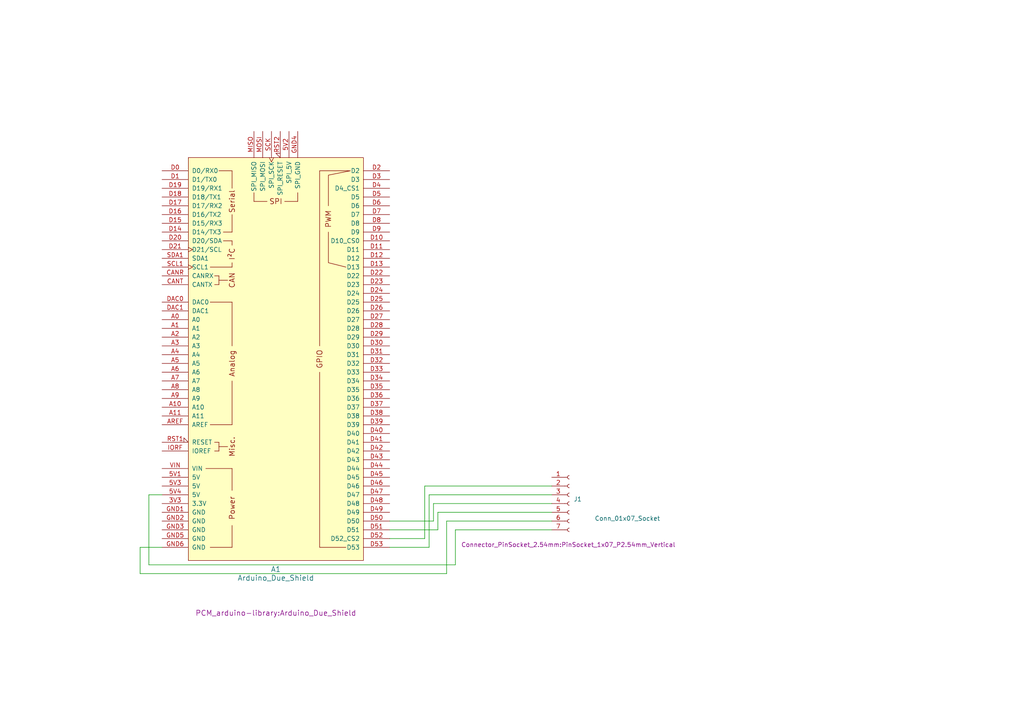
<source format=kicad_sch>
(kicad_sch (version 20250114) (generator "eeschema") (generator_version "9.0")
  (paper "A4")
  (lib_symbols
    (symbol "Connector:Conn_01x07_Socket" (pin_names (offset 1.016) (hide yes))
      (property "Reference" "J" (at 0 10.16 0))
      (property "Value" "Conn_01x07_Socket" (at 0 -10.16 0))
      (symbol "Conn_01x07_Socket_1_1"
        (polyline (pts (xy -1.27 7.62) (xy -0.508 7.62)) (stroke (width 0.1524)))
        (polyline (pts (xy -1.27 5.08) (xy -0.508 5.08)) (stroke (width 0.1524)))
        (polyline (pts (xy -1.27 2.54) (xy -0.508 2.54)) (stroke (width 0.1524)))
        (polyline (pts (xy -1.27 0) (xy -0.508 0)) (stroke (width 0.1524)))
        (polyline (pts (xy -1.27 -2.54) (xy -0.508 -2.54)) (stroke (width 0.1524)))
        (polyline (pts (xy -1.27 -5.08) (xy -0.508 -5.08)) (stroke (width 0.1524)))
        (polyline (pts (xy -1.27 -7.62) (xy -0.508 -7.62)) (stroke (width 0.1524)))
        (arc (start 0 7.112) (mid -0.5058 7.62) (end 0 8.128) (stroke (width 0.1524)))
        (arc (start 0 4.572) (mid -0.5058 5.08) (end 0 5.588) (stroke (width 0.1524)))
        (arc (start 0 2.032) (mid -0.5058 2.54) (end 0 3.048) (stroke (width 0.1524)))
        (arc (start 0 -0.508) (mid -0.5058 0) (end 0 0.508) (stroke (width 0.1524)))
        (arc (start 0 -3.048) (mid -0.5058 -2.54) (end 0 -2.032) (stroke (width 0.1524)))
        (arc (start 0 -5.588) (mid -0.5058 -5.08) (end 0 -4.572) (stroke (width 0.1524)))
        (arc (start 0 -8.128) (mid -0.5058 -7.62) (end 0 -7.112) (stroke (width 0.1524)))
        (pin passive line (at -5.08 7.62 0) (length 3.81) (name "Pin_1") (number "1"))
        (pin passive line (at -5.08 5.08 0) (length 3.81) (name "Pin_2") (number "2"))
        (pin passive line (at -5.08 2.54 0) (length 3.81) (name "Pin_3") (number "3"))
        (pin passive line (at -5.08 0 0) (length 3.81) (name "Pin_4") (number "4"))
        (pin passive line (at -5.08 -2.54 0) (length 3.81) (name "Pin_5") (number "5"))
        (pin passive line (at -5.08 -5.08 0) (length 3.81) (name "Pin_6") (number "6"))
        (pin passive line (at -5.08 -7.62 0) (length 3.81) (name "Pin_7") (number "7"))
      )
    )
    (symbol "PCM_arduino-library:Arduino_Due_Shield" (pin_names (offset 1.016))
      (property "Reference" "A" (at 0 -62.23 0))
      (property "Value" "Arduino_Due_Shield" (at 0 -66.04 0))
      (symbol "Arduino_Due_Shield_0_0"
        (rectangle (start -25.4 -58.42) (end 25.4 58.42) (fill (type background)))
        (rectangle (start -20.32 -31.75) (end -12.7 -31.75))
        (rectangle (start -19.05 26.67) (end -12.7 26.67))
        (rectangle (start -19.05 16.51) (end -12.7 16.51))
        (rectangle (start -19.05 -19.05) (end -12.7 -19.05))
        (rectangle (start -19.05 -54.61) (end -12.7 -54.61))
        (rectangle (start -17.78 24.13) (end -16.51 24.13))
        (rectangle (start -17.78 21.59) (end -16.51 21.59))
        (rectangle (start -17.78 -24.13) (end -16.51 -24.13))
        (rectangle (start -17.78 -26.67) (end -16.51 -26.67))
        (rectangle (start -16.51 54.61) (end -12.7 54.61))
        (rectangle (start -16.51 24.13) (end -16.51 21.59))
        (rectangle (start -16.51 22.86) (end -13.97 22.86))
        (rectangle (start -16.51 -24.13) (end -16.51 -26.67))
        (rectangle (start -16.51 -25.4) (end -13.97 -25.4))
        (rectangle (start -15.24 36.83) (end -12.7 36.83))
        (rectangle (start -15.24 34.29) (end -12.7 34.29))
        (rectangle (start -12.7 49.53) (end -12.7 54.61))
        (rectangle (start -12.7 41.91) (end -12.7 36.83))
        (rectangle (start -12.7 34.29) (end -12.7 33.02))
        (rectangle (start -12.7 26.67) (end -12.7 27.94))
        (rectangle (start -12.7 16.51) (end -12.7 3.81))
        (rectangle (start -12.7 -6.35) (end -12.7 -19.05))
        (rectangle (start -12.7 -31.75) (end -12.7 -38.1))
        (rectangle (start -12.7 -54.61) (end -12.7 -48.26))
        (rectangle (start -6.35 48.26) (end -6.35 45.72))
        (rectangle (start -2.54 45.72) (end -6.35 45.72))
        (rectangle (start 6.35 48.26) (end 6.35 45.72))
        (rectangle (start 6.35 45.72) (end 2.54 45.72))
        (polyline (pts (xy 12.7 -54.61) (xy 20.32 -54.61)))
        (polyline (pts (xy 15.24 44.45) (xy 15.24 53.34) (xy 21.59 54.61)))
        (polyline (pts (xy 20.32 26.67) (xy 15.24 27.94) (xy 15.24 36.83)))
        (polyline (pts (xy 21.59 54.61) (xy 12.7 54.61)))
        (text "Serial" (at -12.7 45.72 900) (effects (font (size 1.524 1.524))))
        (text "I²C" (at -12.7 30.48 900) (effects (font (size 1.524 1.524))))
        (text "CAN" (at -12.7 22.86 900) (effects (font (size 1.524 1.524))))
        (text "Analog" (at -12.7 -1.27 900) (effects (font (size 1.524 1.524))))
        (text "Misc." (at -12.7 -25.4 900) (effects (font (size 1.524 1.524))))
        (text "Power" (at -12.7 -43.18 900) (effects (font (size 1.524 1.524))))
        (text "SPI" (at 0 45.72 0) (effects (font (size 1.524 1.524))))
        (text "PWM" (at 15.24 40.64 900) (effects (font (size 1.524 1.524))))
      )
      (symbol "Arduino_Due_Shield_1_0"
        (rectangle (start 12.7 54.61) (end 12.7 3.81))
        (rectangle (start 12.7 -54.61) (end 12.7 -3.81))
        (text "GPIO" (at 12.7 0 900) (effects (font (size 1.524 1.524))))
      )
      (symbol "Arduino_Due_Shield_1_1"
        (pin bidirectional line (at -33.02 54.61 0) (length 7.62) (name "D0/RX0") (number "D0"))
        (pin bidirectional line (at -33.02 52.07 0) (length 7.62) (name "D1/TX0") (number "D1"))
        (pin bidirectional line (at -33.02 49.53 0) (length 7.62) (name "D19/RX1") (number "D19"))
        (pin bidirectional line (at -33.02 46.99 0) (length 7.62) (name "D18/TX1") (number "D18"))
        (pin bidirectional line (at -33.02 44.45 0) (length 7.62) (name "D17/RX2") (number "D17"))
        (pin bidirectional line (at -33.02 41.91 0) (length 7.62) (name "D16/TX2") (number "D16"))
        (pin bidirectional line (at -33.02 39.37 0) (length 7.62) (name "D15/RX3") (number "D15"))
        (pin bidirectional line (at -33.02 36.83 0) (length 7.62) (name "D14/TX3") (number "D14"))
        (pin bidirectional line (at -33.02 34.29 0) (length 7.62) (name "D20/SDA") (number "D20"))
        (pin bidirectional clock (at -33.02 31.75 0) (length 7.62) (name "D21/SCL") (number "D21"))
        (pin bidirectional line (at -33.02 29.21 0) (length 7.62) (name "SDA1") (number "SDA1"))
        (pin bidirectional clock (at -33.02 26.67 0) (length 7.62) (name "SCL1") (number "SCL1"))
        (pin bidirectional line (at -33.02 24.13 0) (length 7.62) (name "CANRX") (number "CANR"))
        (pin bidirectional line (at -33.02 21.59 0) (length 7.62) (name "CANTX") (number "CANT"))
        (pin bidirectional line (at -33.02 16.51 0) (length 7.62) (name "DAC0") (number "DAC0"))
        (pin bidirectional line (at -33.02 13.97 0) (length 7.62) (name "DAC1") (number "DAC1"))
        (pin bidirectional line (at -33.02 11.43 0) (length 7.62) (name "A0") (number "A0"))
        (pin bidirectional line (at -33.02 8.89 0) (length 7.62) (name "A1") (number "A1"))
        (pin bidirectional line (at -33.02 6.35 0) (length 7.62) (name "A2") (number "A2"))
        (pin bidirectional line (at -33.02 3.81 0) (length 7.62) (name "A3") (number "A3"))
        (pin bidirectional line (at -33.02 1.27 0) (length 7.62) (name "A4") (number "A4"))
        (pin bidirectional line (at -33.02 -1.27 0) (length 7.62) (name "A5") (number "A5"))
        (pin bidirectional line (at -33.02 -3.81 0) (length 7.62) (name "A6") (number "A6"))
        (pin bidirectional line (at -33.02 -6.35 0) (length 7.62) (name "A7") (number "A7"))
        (pin bidirectional line (at -33.02 -8.89 0) (length 7.62) (name "A8") (number "A8"))
        (pin bidirectional line (at -33.02 -11.43 0) (length 7.62) (name "A9") (number "A9"))
        (pin bidirectional line (at -33.02 -13.97 0) (length 7.62) (name "A10") (number "A10"))
        (pin bidirectional line (at -33.02 -16.51 0) (length 7.62) (name "A11") (number "A11"))
        (pin input line (at -33.02 -19.05 0) (length 7.62) (name "AREF") (number "AREF"))
        (pin open_collector input_low (at -33.02 -24.13 0) (length 7.62) (name "RESET") (number "RST1"))
        (pin output line (at -33.02 -26.67 0) (length 7.62) (name "IOREF") (number "IORF"))
        (pin power_in line (at -33.02 -31.75 0) (length 7.62) (name "VIN") (number "VIN"))
        (pin power_in line (at -33.02 -34.29 0) (length 7.62) (name "5V") (number "5V1"))
        (pin power_in line (at -33.02 -36.83 0) (length 7.62) (name "5V") (number "5V3"))
        (pin power_in line (at -33.02 -39.37 0) (length 7.62) (name "5V") (number "5V4"))
        (pin power_out line (at -33.02 -41.91 0) (length 7.62) (name "3.3V") (number "3V3"))
        (pin power_in line (at -33.02 -44.45 0) (length 7.62) (name "GND") (number "GND1"))
        (pin power_in line (at -33.02 -46.99 0) (length 7.62) (name "GND") (number "GND2"))
        (pin power_in line (at -33.02 -49.53 0) (length 7.62) (name "GND") (number "GND3"))
        (pin power_in line (at -33.02 -52.07 0) (length 7.62) (name "GND") (number "GND5"))
        (pin power_in line (at -33.02 -54.61 0) (length 7.62) (name "GND") (number "GND6"))
        (pin input line (at -6.35 66.04 270) (length 7.62) (name "SPI_MISO") (number "MISO"))
        (pin output line (at -3.81 66.04 270) (length 7.62) (name "SPI_MOSI") (number "MOSI"))
        (pin output clock (at -1.27 66.04 270) (length 7.62) (name "SPI_SCK") (number "SCK"))
        (pin open_collector input_low (at 1.27 66.04 270) (length 7.62) (name "SPI_RESET") (number "RST2"))
        (pin power_in line (at 3.81 66.04 270) (length 7.62) (name "SPI_5V") (number "5V2"))
        (pin power_in line (at 6.35 66.04 270) (length 7.62) (name "SPI_GND") (number "GND4"))
        (pin bidirectional line (at 33.02 54.61 180) (length 7.62) (name "D2") (number "D2"))
        (pin bidirectional line (at 33.02 52.07 180) (length 7.62) (name "D3") (number "D3"))
        (pin bidirectional line (at 33.02 49.53 180) (length 7.62) (name "D4_CS1") (number "D4"))
        (pin bidirectional line (at 33.02 46.99 180) (length 7.62) (name "D5") (number "D5"))
        (pin bidirectional line (at 33.02 44.45 180) (length 7.62) (name "D6") (number "D6"))
        (pin bidirectional line (at 33.02 41.91 180) (length 7.62) (name "D7") (number "D7"))
        (pin bidirectional line (at 33.02 39.37 180) (length 7.62) (name "D8") (number "D8"))
        (pin bidirectional line (at 33.02 36.83 180) (length 7.62) (name "D9") (number "D9"))
        (pin bidirectional line (at 33.02 34.29 180) (length 7.62) (name "D10_CS0") (number "D10"))
        (pin bidirectional line (at 33.02 31.75 180) (length 7.62) (name "D11") (number "D11"))
        (pin bidirectional line (at 33.02 29.21 180) (length 7.62) (name "D12") (number "D12"))
        (pin bidirectional line (at 33.02 26.67 180) (length 7.62) (name "D13") (number "D13"))
        (pin bidirectional line (at 33.02 24.13 180) (length 7.62) (name "D22") (number "D22"))
        (pin bidirectional line (at 33.02 21.59 180) (length 7.62) (name "D23") (number "D23"))
        (pin bidirectional line (at 33.02 19.05 180) (length 7.62) (name "D24") (number "D24"))
        (pin bidirectional line (at 33.02 16.51 180) (length 7.62) (name "D25") (number "D25"))
        (pin bidirectional line (at 33.02 13.97 180) (length 7.62) (name "D26") (number "D26"))
        (pin bidirectional line (at 33.02 11.43 180) (length 7.62) (name "D27") (number "D27"))
        (pin bidirectional line (at 33.02 8.89 180) (length 7.62) (name "D28") (number "D28"))
        (pin bidirectional line (at 33.02 6.35 180) (length 7.62) (name "D29") (number "D29"))
        (pin bidirectional line (at 33.02 3.81 180) (length 7.62) (name "D30") (number "D30"))
        (pin bidirectional line (at 33.02 1.27 180) (length 7.62) (name "D31") (number "D31"))
        (pin bidirectional line (at 33.02 -1.27 180) (length 7.62) (name "D32") (number "D32"))
        (pin bidirectional line (at 33.02 -3.81 180) (length 7.62) (name "D33") (number "D33"))
        (pin bidirectional line (at 33.02 -6.35 180) (length 7.62) (name "D34") (number "D34"))
        (pin bidirectional line (at 33.02 -8.89 180) (length 7.62) (name "D35") (number "D35"))
        (pin bidirectional line (at 33.02 -11.43 180) (length 7.62) (name "D36") (number "D36"))
        (pin bidirectional line (at 33.02 -13.97 180) (length 7.62) (name "D37") (number "D37"))
        (pin bidirectional line (at 33.02 -16.51 180) (length 7.62) (name "D38") (number "D38"))
        (pin bidirectional line (at 33.02 -19.05 180) (length 7.62) (name "D39") (number "D39"))
        (pin bidirectional line (at 33.02 -21.59 180) (length 7.62) (name "D40") (number "D40"))
        (pin bidirectional line (at 33.02 -24.13 180) (length 7.62) (name "D41") (number "D41"))
        (pin bidirectional line (at 33.02 -26.67 180) (length 7.62) (name "D42") (number "D42"))
        (pin bidirectional line (at 33.02 -29.21 180) (length 7.62) (name "D43") (number "D43"))
        (pin bidirectional line (at 33.02 -31.75 180) (length 7.62) (name "D44") (number "D44"))
        (pin bidirectional line (at 33.02 -34.29 180) (length 7.62) (name "D45") (number "D45"))
        (pin bidirectional line (at 33.02 -36.83 180) (length 7.62) (name "D46") (number "D46"))
        (pin bidirectional line (at 33.02 -39.37 180) (length 7.62) (name "D47") (number "D47"))
        (pin bidirectional line (at 33.02 -41.91 180) (length 7.62) (name "D48") (number "D48"))
        (pin bidirectional line (at 33.02 -44.45 180) (length 7.62) (name "D49") (number "D49"))
        (pin bidirectional line (at 33.02 -46.99 180) (length 7.62) (name "D50") (number "D50"))
        (pin bidirectional line (at 33.02 -49.53 180) (length 7.62) (name "D51") (number "D51"))
        (pin bidirectional line (at 33.02 -52.07 180) (length 7.62) (name "D52_CS2") (number "D52"))
        (pin bidirectional line (at 33.02 -54.61 180) (length 7.62) (name "D53") (number "D53"))
      )
    )
  )
  (wire (pts (xy 113.03 151.13) (xy 125.73 151.13)))
  (wire (pts (xy 113.03 156.21) (xy 123.19 156.21)))
  (wire (pts (xy 129.54 166.37) (xy 129.54 151.13)))
  (wire (pts (xy 132.08 163.83) (xy 43.18 163.83)))
  (wire (pts (xy 113.03 158.75) (xy 124.46 158.75)))
  (wire (pts (xy 127 153.67) (xy 127 148.59)))
  (wire (pts (xy 46.99 158.75) (xy 40.64 158.75)))
  (wire (pts (xy 123.19 140.97) (xy 160.02 140.97)))
  (wire (pts (xy 124.46 143.51) (xy 160.02 143.51)))
  (wire (pts (xy 123.19 156.21) (xy 123.19 140.97)))
  (wire (pts (xy 113.03 153.67) (xy 127 153.67)))
  (wire (pts (xy 125.73 146.05) (xy 160.02 146.05)))
  (wire (pts (xy 132.08 153.67) (xy 132.08 163.83)))
  (wire (pts (xy 43.18 143.51) (xy 46.99 143.51)))
  (wire (pts (xy 125.73 151.13) (xy 125.73 146.05)))
  (wire (pts (xy 129.54 151.13) (xy 160.02 151.13)))
  (wire (pts (xy 43.18 163.83) (xy 43.18 143.51)))
  (wire (pts (xy 127 148.59) (xy 160.02 148.59)))
  (wire (pts (xy 124.46 158.75) (xy 124.46 143.51)))
  (wire (pts (xy 40.64 166.37) (xy 129.54 166.37)))
  (wire (pts (xy 160.02 153.67) (xy 132.08 153.67)))
  (wire (pts (xy 40.64 158.75) (xy 40.64 166.37)))
  (symbol (lib_id "Connector:Conn_01x07_Socket") (at 165.1 146.05 0) (unit 1)
    (property "Reference" "J1" (at 166.37 144.7799 0) (effects (justify left)))
    (property "Value" "Conn_01x07_Socket" (at 172.466 150.368 0) (effects (justify left)))
    (property "Footprint" "Connector_PinSocket_2.54mm:PinSocket_1x07_P2.54mm_Vertical" (at 164.846 157.988 0))
    (property "Description" "Generic connector, single row, 01x07, script generated" (effects (hide yes)))
  )
  (symbol (lib_id "PCM_arduino-library:Arduino_Due_Shield") (at 80.01 104.14 0) (unit 1)
    (property "Reference" "A1" (at 80.01 165.1 0) (effects (font (size 1.524 1.524))))
    (property "Value" "Arduino_Due_Shield" (at 80.01 167.64 0) (effects (font (size 1.524 1.524))))
    (property "Footprint" "PCM_arduino-library:Arduino_Due_Shield" (at 80.01 177.8 0) (effects (font (size 1.524 1.524))))
    (property "Datasheet" "https://docs.arduino.cc/hardware/due" (effects (hide yes)))
    (property "Description" "Shield for Arduino Due" (effects (hide yes)))
  )
)
</source>
